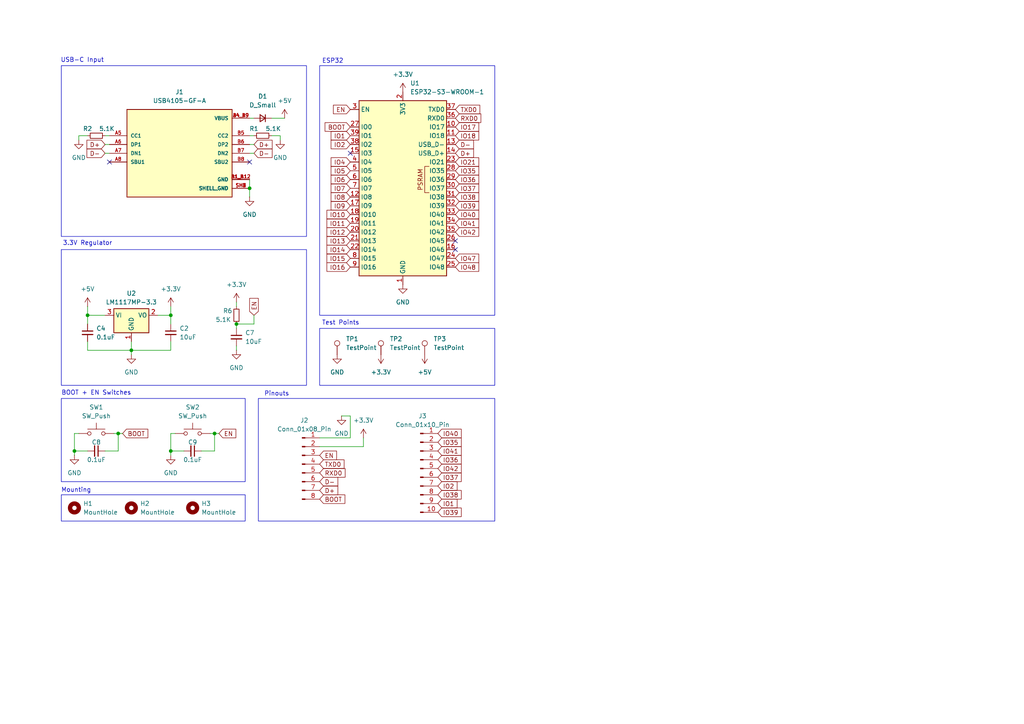
<source format=kicad_sch>
(kicad_sch (version 20250114) (generator "eeschema") (generator_version "9.0")
  (paper "A4")
  (lib_symbols
    (symbol "Connector:Conn_01x08_Pin" (pin_names (offset 1.016) (hide yes))
      (property "Reference" "J" (at 0 10.16 0))
      (property "Value" "Conn_01x08_Pin" (at 0 -12.7 0))
      (symbol "Conn_01x08_Pin_1_1"
        (rectangle (start 0.8636 7.747) (end 0 7.493) (stroke (width 0.1524)) (fill (type outline)))
        (rectangle (start 0.8636 5.207) (end 0 4.953) (stroke (width 0.1524)) (fill (type outline)))
        (rectangle (start 0.8636 2.667) (end 0 2.413) (stroke (width 0.1524)) (fill (type outline)))
        (rectangle (start 0.8636 0.127) (end 0 -0.127) (stroke (width 0.1524)) (fill (type outline)))
        (rectangle (start 0.8636 -2.413) (end 0 -2.667) (stroke (width 0.1524)) (fill (type outline)))
        (rectangle (start 0.8636 -4.953) (end 0 -5.207) (stroke (width 0.1524)) (fill (type outline)))
        (rectangle (start 0.8636 -7.493) (end 0 -7.747) (stroke (width 0.1524)) (fill (type outline)))
        (rectangle (start 0.8636 -10.033) (end 0 -10.287) (stroke (width 0.1524)) (fill (type outline)))
        (polyline (pts (xy 1.27 7.62) (xy 0.8636 7.62)) (stroke (width 0.1524)))
        (polyline (pts (xy 1.27 5.08) (xy 0.8636 5.08)) (stroke (width 0.1524)))
        (polyline (pts (xy 1.27 2.54) (xy 0.8636 2.54)) (stroke (width 0.1524)))
        (polyline (pts (xy 1.27 0) (xy 0.8636 0)) (stroke (width 0.1524)))
        (polyline (pts (xy 1.27 -2.54) (xy 0.8636 -2.54)) (stroke (width 0.1524)))
        (polyline (pts (xy 1.27 -5.08) (xy 0.8636 -5.08)) (stroke (width 0.1524)))
        (polyline (pts (xy 1.27 -7.62) (xy 0.8636 -7.62)) (stroke (width 0.1524)))
        (polyline (pts (xy 1.27 -10.16) (xy 0.8636 -10.16)) (stroke (width 0.1524)))
        (pin passive line (at 5.08 7.62 180) (length 3.81) (name "Pin_1") (number "1"))
        (pin passive line (at 5.08 5.08 180) (length 3.81) (name "Pin_2") (number "2"))
        (pin passive line (at 5.08 2.54 180) (length 3.81) (name "Pin_3") (number "3"))
        (pin passive line (at 5.08 0 180) (length 3.81) (name "Pin_4") (number "4"))
        (pin passive line (at 5.08 -2.54 180) (length 3.81) (name "Pin_5") (number "5"))
        (pin passive line (at 5.08 -5.08 180) (length 3.81) (name "Pin_6") (number "6"))
        (pin passive line (at 5.08 -7.62 180) (length 3.81) (name "Pin_7") (number "7"))
        (pin passive line (at 5.08 -10.16 180) (length 3.81) (name "Pin_8") (number "8"))
      )
    )
    (symbol "Connector:Conn_01x10_Pin" (pin_names (offset 1.016) (hide yes))
      (property "Reference" "J" (at 0 12.7 0))
      (property "Value" "Conn_01x10_Pin" (at 0 -15.24 0))
      (symbol "Conn_01x10_Pin_1_1"
        (rectangle (start 0.8636 10.287) (end 0 10.033) (stroke (width 0.1524)) (fill (type outline)))
        (rectangle (start 0.8636 7.747) (end 0 7.493) (stroke (width 0.1524)) (fill (type outline)))
        (rectangle (start 0.8636 5.207) (end 0 4.953) (stroke (width 0.1524)) (fill (type outline)))
        (rectangle (start 0.8636 2.667) (end 0 2.413) (stroke (width 0.1524)) (fill (type outline)))
        (rectangle (start 0.8636 0.127) (end 0 -0.127) (stroke (width 0.1524)) (fill (type outline)))
        (rectangle (start 0.8636 -2.413) (end 0 -2.667) (stroke (width 0.1524)) (fill (type outline)))
        (rectangle (start 0.8636 -4.953) (end 0 -5.207) (stroke (width 0.1524)) (fill (type outline)))
        (rectangle (start 0.8636 -7.493) (end 0 -7.747) (stroke (width 0.1524)) (fill (type outline)))
        (rectangle (start 0.8636 -10.033) (end 0 -10.287) (stroke (width 0.1524)) (fill (type outline)))
        (rectangle (start 0.8636 -12.573) (end 0 -12.827) (stroke (width 0.1524)) (fill (type outline)))
        (polyline (pts (xy 1.27 10.16) (xy 0.8636 10.16)) (stroke (width 0.1524)))
        (polyline (pts (xy 1.27 7.62) (xy 0.8636 7.62)) (stroke (width 0.1524)))
        (polyline (pts (xy 1.27 5.08) (xy 0.8636 5.08)) (stroke (width 0.1524)))
        (polyline (pts (xy 1.27 2.54) (xy 0.8636 2.54)) (stroke (width 0.1524)))
        (polyline (pts (xy 1.27 0) (xy 0.8636 0)) (stroke (width 0.1524)))
        (polyline (pts (xy 1.27 -2.54) (xy 0.8636 -2.54)) (stroke (width 0.1524)))
        (polyline (pts (xy 1.27 -5.08) (xy 0.8636 -5.08)) (stroke (width 0.1524)))
        (polyline (pts (xy 1.27 -7.62) (xy 0.8636 -7.62)) (stroke (width 0.1524)))
        (polyline (pts (xy 1.27 -10.16) (xy 0.8636 -10.16)) (stroke (width 0.1524)))
        (polyline (pts (xy 1.27 -12.7) (xy 0.8636 -12.7)) (stroke (width 0.1524)))
        (pin passive line (at 5.08 10.16 180) (length 3.81) (name "Pin_1") (number "1"))
        (pin passive line (at 5.08 7.62 180) (length 3.81) (name "Pin_2") (number "2"))
        (pin passive line (at 5.08 5.08 180) (length 3.81) (name "Pin_3") (number "3"))
        (pin passive line (at 5.08 2.54 180) (length 3.81) (name "Pin_4") (number "4"))
        (pin passive line (at 5.08 0 180) (length 3.81) (name "Pin_5") (number "5"))
        (pin passive line (at 5.08 -2.54 180) (length 3.81) (name "Pin_6") (number "6"))
        (pin passive line (at 5.08 -5.08 180) (length 3.81) (name "Pin_7") (number "7"))
        (pin passive line (at 5.08 -7.62 180) (length 3.81) (name "Pin_8") (number "8"))
        (pin passive line (at 5.08 -10.16 180) (length 3.81) (name "Pin_9") (number "9"))
        (pin passive line (at 5.08 -12.7 180) (length 3.81) (name "Pin_10") (number "10"))
      )
    )
    (symbol "Connector:TestPoint" (pin_numbers (hide yes)) (pin_names (offset 0.762) (hide yes))
      (property "Reference" "TP" (at 0 6.858 0))
      (property "Value" "TestPoint" (at 0 5.08 0))
      (symbol "TestPoint_0_1"
        (circle (center 0 3.302) (radius 0.762))
      )
      (symbol "TestPoint_1_1"
        (pin passive line (at 0 0 90) (length 2.54) (name "1") (number "1"))
      )
    )
    (symbol "Device:C_Small" (pin_numbers (hide yes)) (pin_names (offset 0.254) (hide yes))
      (property "Reference" "C" (at 0.254 1.778 0))
      (property "Value" "C_Small" (at 0.254 -2.032 0))
      (symbol "C_Small_0_1"
        (polyline (pts (xy -1.524 0.508) (xy 1.524 0.508)) (stroke (width 0.3048)))
        (polyline (pts (xy -1.524 -0.508) (xy 1.524 -0.508)) (stroke (width 0.3302)))
      )
      (symbol "C_Small_1_1"
        (pin passive line (at 0 2.54 270) (length 2.032) (name "~") (number "1"))
        (pin passive line (at 0 -2.54 90) (length 2.032) (name "~") (number "2"))
      )
    )
    (symbol "Device:D_Small" (pin_numbers (hide yes)) (pin_names (offset 0.254) (hide yes))
      (property "Reference" "D" (at -1.27 2.032 0))
      (property "Value" "D_Small" (at -3.81 -2.032 0))
      (symbol "D_Small_0_1"
        (polyline (pts (xy -0.762 0) (xy 0.762 0)))
        (polyline (pts (xy -0.762 -1.016) (xy -0.762 1.016)) (stroke (width 0.254)))
        (polyline (pts (xy 0.762 -1.016) (xy -0.762 0) (xy 0.762 1.016) (xy 0.762 -1.016)) (stroke (width 0.254)))
      )
      (symbol "D_Small_1_1"
        (pin passive line (at -2.54 0 0) (length 1.778) (name "K") (number "1"))
        (pin passive line (at 2.54 0 180) (length 1.778) (name "A") (number "2"))
      )
    )
    (symbol "Device:R_Small" (pin_numbers (hide yes)) (pin_names (offset 0.254) (hide yes))
      (property "Reference" "R" (at 0.762 0.508 0))
      (property "Value" "R_Small" (at 0.762 -1.016 0))
      (symbol "R_Small_0_1"
        (rectangle (start -0.762 1.778) (end 0.762 -1.778) (stroke (width 0.2032)))
      )
      (symbol "R_Small_1_1"
        (pin passive line (at 0 2.54 270) (length 0.762) (name "~") (number "1"))
        (pin passive line (at 0 -2.54 90) (length 0.762) (name "~") (number "2"))
      )
    )
    (symbol "Mechanical:MountingHole" (pin_names (offset 1.016))
      (property "Reference" "H" (at 0 5.08 0))
      (property "Value" "MountingHole" (at 0 3.175 0))
      (symbol "MountingHole_0_1"
        (circle (center 0 0) (radius 1.27) (stroke (width 1.27)))
      )
    )
    (symbol "RF_Module:ESP32-S3-WROOM-1"
      (property "Reference" "U" (at -12.7 26.67 0))
      (property "Value" "ESP32-S3-WROOM-1" (at 12.7 26.67 0))
      (symbol "ESP32-S3-WROOM-1_0_0"
        (rectangle (start -12.7 25.4) (end 12.7 -25.4) (stroke (width 0.254)) (fill (type background)))
        (text "PSRAM" (at 5.08 2.54 900) (effects (font (size 1.27 1.27))))
      )
      (symbol "ESP32-S3-WROOM-1_0_1"
        (polyline (pts (xy 7.62 -1.27) (xy 6.35 -1.27) (xy 6.35 6.35) (xy 7.62 6.35)))
      )
      (symbol "ESP32-S3-WROOM-1_1_1"
        (pin input line (at -15.24 22.86 0) (length 2.54) (name "EN") (number "3"))
        (pin bidirectional line (at -15.24 17.78 0) (length 2.54) (name "IO0") (number "27"))
        (pin bidirectional line (at -15.24 15.24 0) (length 2.54) (name "IO1") (number "39"))
        (pin bidirectional line (at -15.24 12.7 0) (length 2.54) (name "IO2") (number "38"))
        (pin bidirectional line (at -15.24 10.16 0) (length 2.54) (name "IO3") (number "15"))
        (pin bidirectional line (at -15.24 7.62 0) (length 2.54) (name "IO4") (number "4"))
        (pin bidirectional line (at -15.24 5.08 0) (length 2.54) (name "IO5") (number "5"))
        (pin bidirectional line (at -15.24 2.54 0) (length 2.54) (name "IO6") (number "6"))
        (pin bidirectional line (at -15.24 0 0) (length 2.54) (name "IO7") (number "7"))
        (pin bidirectional line (at -15.24 -2.54 0) (length 2.54) (name "IO8") (number "12"))
        (pin bidirectional line (at -15.24 -5.08 0) (length 2.54) (name "IO9") (number "17"))
        (pin bidirectional line (at -15.24 -7.62 0) (length 2.54) (name "IO10") (number "18"))
        (pin bidirectional line (at -15.24 -10.16 0) (length 2.54) (name "IO11") (number "19"))
        (pin bidirectional line (at -15.24 -12.7 0) (length 2.54) (name "IO12") (number "20"))
        (pin bidirectional line (at -15.24 -15.24 0) (length 2.54) (name "IO13") (number "21"))
        (pin bidirectional line (at -15.24 -17.78 0) (length 2.54) (name "IO14") (number "22"))
        (pin bidirectional line (at -15.24 -20.32 0) (length 2.54) (name "IO15") (number "8"))
        (pin bidirectional line (at -15.24 -22.86 0) (length 2.54) (name "IO16") (number "9"))
        (pin power_in line (at 0 27.94 270) (length 2.54) (name "3V3") (number "2"))
        (pin power_in line (at 0 -27.94 90) (length 2.54) (name "GND") (number "1"))
        (pin passive line (at 0 -27.94 90) (length 2.54) (hide yes) (name "GND") (number "40"))
        (pin passive line (at 0 -27.94 90) (length 2.54) (hide yes) (name "GND") (number "41"))
        (pin bidirectional line (at 15.24 22.86 180) (length 2.54) (name "TXD0") (number "37"))
        (pin bidirectional line (at 15.24 20.32 180) (length 2.54) (name "RXD0") (number "36"))
        (pin bidirectional line (at 15.24 17.78 180) (length 2.54) (name "IO17") (number "10"))
        (pin bidirectional line (at 15.24 15.24 180) (length 2.54) (name "IO18") (number "11"))
        (pin bidirectional line (at 15.24 12.7 180) (length 2.54) (name "USB_D-") (number "13"))
        (pin bidirectional line (at 15.24 10.16 180) (length 2.54) (name "USB_D+") (number "14"))
        (pin bidirectional line (at 15.24 7.62 180) (length 2.54) (name "IO21") (number "23"))
        (pin bidirectional line (at 15.24 5.08 180) (length 2.54) (name "IO35") (number "28"))
        (pin bidirectional line (at 15.24 2.54 180) (length 2.54) (name "IO36") (number "29"))
        (pin bidirectional line (at 15.24 0 180) (length 2.54) (name "IO37") (number "30"))
        (pin bidirectional line (at 15.24 -2.54 180) (length 2.54) (name "IO38") (number "31"))
        (pin bidirectional line (at 15.24 -5.08 180) (length 2.54) (name "IO39") (number "32"))
        (pin bidirectional line (at 15.24 -7.62 180) (length 2.54) (name "IO40") (number "33"))
        (pin bidirectional line (at 15.24 -10.16 180) (length 2.54) (name "IO41") (number "34"))
        (pin bidirectional line (at 15.24 -12.7 180) (length 2.54) (name "IO42") (number "35"))
        (pin bidirectional line (at 15.24 -15.24 180) (length 2.54) (name "IO45") (number "26"))
        (pin bidirectional line (at 15.24 -17.78 180) (length 2.54) (name "IO46") (number "16"))
        (pin bidirectional line (at 15.24 -20.32 180) (length 2.54) (name "IO47") (number "24"))
        (pin bidirectional line (at 15.24 -22.86 180) (length 2.54) (name "IO48") (number "25"))
      )
    )
    (symbol "Regulator_Linear:LM1117MP-3.3"
      (property "Reference" "U" (at -3.81 3.175 0))
      (property "Value" "LM1117MP-3.3" (at 0 3.175 0))
      (symbol "LM1117MP-3.3_0_1"
        (rectangle (start -5.08 -5.08) (end 5.08 1.905) (stroke (width 0.254)) (fill (type background)))
      )
      (symbol "LM1117MP-3.3_1_1"
        (pin power_in line (at -7.62 0 0) (length 2.54) (name "VI") (number "3"))
        (pin power_in line (at 0 -7.62 90) (length 2.54) (name "GND") (number "1"))
        (pin power_out line (at 7.62 0 180) (length 2.54) (name "VO") (number "2"))
      )
    )
    (symbol "Switch:SW_Push" (pin_numbers (hide yes)) (pin_names (offset 1.016) (hide yes))
      (property "Reference" "SW" (at 1.27 2.54 0))
      (property "Value" "SW_Push" (at 0 -1.524 0))
      (symbol "SW_Push_0_1"
        (circle (center -2.032 0) (radius 0.508))
        (polyline (pts (xy 0 1.27) (xy 0 3.048)))
        (circle (center 2.032 0) (radius 0.508))
        (polyline (pts (xy 2.54 1.27) (xy -2.54 1.27)))
        (pin passive line (at -5.08 0 0) (length 2.54) (name "1") (number "1"))
        (pin passive line (at 5.08 0 180) (length 2.54) (name "2") (number "2"))
      )
    )
    (symbol "USB4105-GF-A:USB4105-GF-A" (pin_names (offset 1.016))
      (property "Reference" "J" (at -15.24 13.97 0))
      (property "Value" "USB4105-GF-A" (at -15.24 -15.24 0))
      (symbol "USB4105-GF-A_0_0"
        (rectangle (start -15.24 -12.7) (end 15.24 12.7) (stroke (width 0.254)) (fill (type background)))
        (pin bidirectional line (at -20.32 5.08 0) (length 5.08) (name "CC1") (number "A5"))
        (pin bidirectional line (at -20.32 2.54 0) (length 5.08) (name "DP1") (number "A6"))
        (pin bidirectional line (at -20.32 0 0) (length 5.08) (name "DN1") (number "A7"))
        (pin bidirectional line (at -20.32 -2.54 0) (length 5.08) (name "SBU1") (number "A8"))
        (pin power_in line (at 20.32 10.16 180) (length 5.08) (name "VBUS") (number "A4_B9"))
        (pin power_in line (at 20.32 10.16 180) (length 5.08) (name "VBUS") (number "B4_A9"))
        (pin bidirectional line (at 20.32 5.08 180) (length 5.08) (name "CC2") (number "B5"))
        (pin bidirectional line (at 20.32 2.54 180) (length 5.08) (name "DP2") (number "B6"))
        (pin bidirectional line (at 20.32 0 180) (length 5.08) (name "DN2") (number "B7"))
        (pin bidirectional line (at 20.32 -2.54 180) (length 5.08) (name "SBU2") (number "B8"))
        (pin power_in line (at 20.32 -7.62 180) (length 5.08) (name "GND") (number "A1_B12"))
        (pin power_in line (at 20.32 -7.62 180) (length 5.08) (name "GND") (number "B1_A12"))
        (pin power_in line (at 20.32 -10.16 180) (length 5.08) (name "SHELL_GND") (number "SH1"))
        (pin power_in line (at 20.32 -10.16 180) (length 5.08) (name "SHELL_GND") (number "SH2"))
        (pin power_in line (at 20.32 -10.16 180) (length 5.08) (name "SHELL_GND") (number "SH3"))
        (pin power_in line (at 20.32 -10.16 180) (length 5.08) (name "SHELL_GND") (number "SH4"))
      )
    )
    (symbol "power:+3.3V" (power) (pin_names (offset 0))
      (property "Value" "+3.3V" (at 0 3.556 0))
      (symbol "+3.3V_0_1"
        (polyline (pts (xy -0.762 1.27) (xy 0 2.54)))
        (polyline (pts (xy 0 2.54) (xy 0.762 1.27)))
        (polyline (pts (xy 0 0) (xy 0 2.54)))
      )
      (symbol "+3.3V_1_1"
        (pin power_in line (at 0 0 90) (length 0) (hide yes) (name "+3.3V") (number "1"))
      )
    )
    (symbol "power:+5V" (power) (pin_numbers (hide yes)) (pin_names (offset 0) (hide yes))
      (property "Value" "+5V" (at 0 3.556 0))
      (symbol "+5V_0_1"
        (polyline (pts (xy -0.762 1.27) (xy 0 2.54)))
        (polyline (pts (xy 0 2.54) (xy 0.762 1.27)))
        (polyline (pts (xy 0 0) (xy 0 2.54)))
      )
      (symbol "+5V_1_1"
        (pin power_in line (at 0 0 90) (length 0) (name "~") (number "1"))
      )
    )
    (symbol "power:GND" (power) (pin_numbers (hide yes)) (pin_names (offset 0) (hide yes))
      (property "Value" "GND" (at 0 -3.81 0))
      (symbol "GND_0_1"
        (polyline (pts (xy 0 0) (xy 0 -1.27) (xy 1.27 -1.27) (xy 0 -2.54) (xy -1.27 -1.27) (xy 0 -1.27)))
      )
      (symbol "GND_1_1"
        (pin power_in line (at 0 0 270) (length 0) (name "~") (number "1"))
      )
    )
  )
  (rectangle (start 92.71 95.25) (end 143.51 111.76))
  (rectangle (start 74.93 115.57) (end 143.51 151.13))
  (rectangle (start 17.78 72.39) (end 88.9 111.76))
  (rectangle (start 92.71 19.05) (end 143.51 91.44))
  (rectangle (start 17.78 19.05) (end 88.9 68.58))
  (rectangle (start 17.78 143.51) (end 71.12 151.13))
  (rectangle (start 17.78 115.57) (end 71.12 139.7))
  (text "BOOT + EN Switches" (at 27.94 114.046 0) (effects (font (size 1.27 1.27))))
  (text "3.3V Regulator" (at 25.4 70.612 0) (effects (font (size 1.27 1.27))))
  (text "Mounting" (at 22.098 142.24 0) (effects (font (size 1.27 1.27))))
  (text "Pinouts" (at 80.264 114.3 0) (effects (font (size 1.27 1.27))))
  (text "USB-C Input" (at 23.876 17.526 0) (effects (font (size 1.27 1.27))))
  (text "ESP32" (at 96.52 17.78 0) (effects (font (size 1.27 1.27))))
  (text "Test Points" (at 98.806 93.726 0) (effects (font (size 1.27 1.27))))
  (junction (at 34.29 125.73))
  (junction (at 68.58 93.98))
  (junction (at 49.53 91.44))
  (junction (at 49.53 130.81))
  (junction (at 25.4 91.44))
  (junction (at 38.1 101.6))
  (junction (at 21.59 130.81))
  (junction (at 62.23 125.73))
  (junction (at 72.39 54.61))
  (no_connect (at 31.75 46.99))
  (no_connect (at 101.6 44.45))
  (no_connect (at 72.39 46.99))
  (no_connect (at 132.08 69.85))
  (no_connect (at 132.08 72.39))
  (wire (pts (xy 25.4 91.44) (xy 30.48 91.44)))
  (wire (pts (xy 68.58 87.63) (xy 68.58 88.9)))
  (wire (pts (xy 38.1 99.06) (xy 38.1 101.6)))
  (wire (pts (xy 62.23 125.73) (xy 63.5 125.73)))
  (wire (pts (xy 49.53 130.81) (xy 49.53 132.08)))
  (wire (pts (xy 60.96 125.73) (xy 62.23 125.73)))
  (wire (pts (xy 73.66 34.29) (xy 72.39 34.29)))
  (wire (pts (xy 25.4 88.9) (xy 25.4 91.44)))
  (wire (pts (xy 34.29 125.73) (xy 35.56 125.73)))
  (wire (pts (xy 101.6 120.65) (xy 99.06 120.65)))
  (wire (pts (xy 45.72 91.44) (xy 49.53 91.44)))
  (wire (pts (xy 73.66 41.91) (xy 72.39 41.91)))
  (wire (pts (xy 68.58 93.98) (xy 68.58 95.25)))
  (wire (pts (xy 78.74 39.37) (xy 81.28 39.37)))
  (wire (pts (xy 30.48 41.91) (xy 31.75 41.91)))
  (wire (pts (xy 73.66 93.98) (xy 68.58 93.98)))
  (wire (pts (xy 22.86 39.37) (xy 22.86 40.64)))
  (wire (pts (xy 21.59 130.81) (xy 21.59 132.08)))
  (wire (pts (xy 73.66 91.44) (xy 73.66 93.98)))
  (wire (pts (xy 25.4 99.06) (xy 25.4 101.6)))
  (wire (pts (xy 68.58 100.33) (xy 68.58 101.6)))
  (wire (pts (xy 34.29 125.73) (xy 34.29 130.81)))
  (wire (pts (xy 81.28 39.37) (xy 81.28 40.64)))
  (wire (pts (xy 38.1 101.6) (xy 38.1 102.87)))
  (wire (pts (xy 49.53 130.81) (xy 53.34 130.81)))
  (wire (pts (xy 92.71 129.54) (xy 105.41 129.54)))
  (wire (pts (xy 31.75 39.37) (xy 30.48 39.37)))
  (wire (pts (xy 101.6 120.65) (xy 101.6 127)))
  (wire (pts (xy 21.59 125.73) (xy 21.59 130.81)))
  (wire (pts (xy 78.74 34.29) (xy 82.55 34.29)))
  (wire (pts (xy 49.53 91.44) (xy 49.53 93.98)))
  (wire (pts (xy 62.23 130.81) (xy 58.42 130.81)))
  (wire (pts (xy 25.4 39.37) (xy 22.86 39.37)))
  (wire (pts (xy 105.41 129.54) (xy 105.41 127)))
  (wire (pts (xy 73.66 44.45) (xy 72.39 44.45)))
  (wire (pts (xy 34.29 130.81) (xy 30.48 130.81)))
  (wire (pts (xy 50.8 125.73) (xy 49.53 125.73)))
  (wire (pts (xy 49.53 88.9) (xy 49.53 91.44)))
  (wire (pts (xy 49.53 125.73) (xy 49.53 130.81)))
  (wire (pts (xy 25.4 101.6) (xy 38.1 101.6)))
  (wire (pts (xy 49.53 99.06) (xy 49.53 101.6)))
  (wire (pts (xy 101.6 127) (xy 92.71 127)))
  (wire (pts (xy 49.53 101.6) (xy 38.1 101.6)))
  (wire (pts (xy 30.48 44.45) (xy 31.75 44.45)))
  (wire (pts (xy 33.02 125.73) (xy 34.29 125.73)))
  (wire (pts (xy 22.86 125.73) (xy 21.59 125.73)))
  (wire (pts (xy 25.4 91.44) (xy 25.4 93.98)))
  (wire (pts (xy 72.39 52.07) (xy 72.39 54.61)))
  (wire (pts (xy 72.39 54.61) (xy 72.39 57.15)))
  (wire (pts (xy 62.23 125.73) (xy 62.23 130.81)))
  (wire (pts (xy 21.59 130.81) (xy 25.4 130.81)))
  (wire (pts (xy 72.39 39.37) (xy 73.66 39.37)))
  (global_label "IO42" (shape input) (at 132.08 67.31 0) (property "Intersheetrefs" "${INTERSHEET_REFS}" (effects (hide yes))))
  (global_label "D-" (shape input) (at 73.66 44.45 0) (property "Intersheetrefs" "${INTERSHEET_REFS}" (effects (hide yes))))
  (global_label "D-" (shape input) (at 30.48 44.45 180) (property "Intersheetrefs" "${INTERSHEET_REFS}" (effects (hide yes))))
  (global_label "IO38" (shape input) (at 127 143.51 0) (property "Intersheetrefs" "${INTERSHEET_REFS}" (effects (hide yes))))
  (global_label "D-" (shape input) (at 132.08 41.91 0) (property "Intersheetrefs" "${INTERSHEET_REFS}" (effects (hide yes))))
  (global_label "IO13" (shape input) (at 101.6 69.85 180) (property "Intersheetrefs" "${INTERSHEET_REFS}" (effects (hide yes))))
  (global_label "IO35" (shape input) (at 132.08 49.53 0) (property "Intersheetrefs" "${INTERSHEET_REFS}" (effects (hide yes))))
  (global_label "D+" (shape input) (at 132.08 44.45 0) (property "Intersheetrefs" "${INTERSHEET_REFS}" (effects (hide yes))))
  (global_label "IO11" (shape input) (at 101.6 64.77 180) (property "Intersheetrefs" "${INTERSHEET_REFS}" (effects (hide yes))))
  (global_label "IO14" (shape input) (at 101.6 72.39 180) (property "Intersheetrefs" "${INTERSHEET_REFS}" (effects (hide yes))))
  (global_label "RXD0" (shape input) (at 132.08 34.29 0) (property "Intersheetrefs" "${INTERSHEET_REFS}" (effects (hide yes))))
  (global_label "IO38" (shape input) (at 132.08 57.15 0) (property "Intersheetrefs" "${INTERSHEET_REFS}" (effects (hide yes))))
  (global_label "RXD0" (shape input) (at 92.71 137.16 0) (property "Intersheetrefs" "${INTERSHEET_REFS}" (effects (hide yes))))
  (global_label "IO16" (shape input) (at 101.6 77.47 180) (property "Intersheetrefs" "${INTERSHEET_REFS}" (effects (hide yes))))
  (global_label "IO47" (shape input) (at 132.08 74.93 0) (property "Intersheetrefs" "${INTERSHEET_REFS}" (effects (hide yes))))
  (global_label "IO1" (shape input) (at 101.6 39.37 180) (property "Intersheetrefs" "${INTERSHEET_REFS}" (effects (hide yes))))
  (global_label "TXD0" (shape input) (at 132.08 31.75 0) (property "Intersheetrefs" "${INTERSHEET_REFS}" (effects (hide yes))))
  (global_label "IO21" (shape input) (at 132.08 46.99 0) (property "Intersheetrefs" "${INTERSHEET_REFS}" (effects (hide yes))))
  (global_label "IO17" (shape input) (at 132.08 36.83 0) (property "Intersheetrefs" "${INTERSHEET_REFS}" (effects (hide yes))))
  (global_label "IO8" (shape input) (at 101.6 57.15 180) (property "Intersheetrefs" "${INTERSHEET_REFS}" (effects (hide yes))))
  (global_label "D+" (shape input) (at 73.66 41.91 0) (property "Intersheetrefs" "${INTERSHEET_REFS}" (effects (hide yes))))
  (global_label "IO7" (shape input) (at 101.6 54.61 180) (property "Intersheetrefs" "${INTERSHEET_REFS}" (effects (hide yes))))
  (global_label "IO18" (shape input) (at 132.08 39.37 0) (property "Intersheetrefs" "${INTERSHEET_REFS}" (effects (hide yes))))
  (global_label "IO5" (shape input) (at 101.6 49.53 180) (property "Intersheetrefs" "${INTERSHEET_REFS}" (effects (hide yes))))
  (global_label "D+" (shape input) (at 92.71 142.24 0) (property "Intersheetrefs" "${INTERSHEET_REFS}" (effects (hide yes))))
  (global_label "IO39" (shape input) (at 127 148.59 0) (property "Intersheetrefs" "${INTERSHEET_REFS}" (effects (hide yes))))
  (global_label "IO6" (shape input) (at 101.6 52.07 180) (property "Intersheetrefs" "${INTERSHEET_REFS}" (effects (hide yes))))
  (global_label "TXD0" (shape input) (at 92.71 134.62 0) (property "Intersheetrefs" "${INTERSHEET_REFS}" (effects (hide yes))))
  (global_label "EN" (shape input) (at 73.66 91.44 90) (property "Intersheetrefs" "${INTERSHEET_REFS}" (effects (hide yes))))
  (global_label "IO9" (shape input) (at 101.6 59.69 180) (property "Intersheetrefs" "${INTERSHEET_REFS}" (effects (hide yes))))
  (global_label "IO37" (shape input) (at 127 138.43 0) (property "Intersheetrefs" "${INTERSHEET_REFS}" (effects (hide yes))))
  (global_label "EN" (shape input) (at 63.5 125.73 0) (property "Intersheetrefs" "${INTERSHEET_REFS}" (effects (hide yes))))
  (global_label "IO4" (shape input) (at 101.6 46.99 180) (property "Intersheetrefs" "${INTERSHEET_REFS}" (effects (hide yes))))
  (global_label "IO15" (shape input) (at 101.6 74.93 180) (property "Intersheetrefs" "${INTERSHEET_REFS}" (effects (hide yes))))
  (global_label "IO1" (shape input) (at 127 146.05 0) (property "Intersheetrefs" "${INTERSHEET_REFS}" (effects (hide yes))))
  (global_label "IO41" (shape input) (at 127 130.81 0) (property "Intersheetrefs" "${INTERSHEET_REFS}" (effects (hide yes))))
  (global_label "IO35" (shape input) (at 127 128.27 0) (property "Intersheetrefs" "${INTERSHEET_REFS}" (effects (hide yes))))
  (global_label "IO2" (shape input) (at 101.6 41.91 180) (property "Intersheetrefs" "${INTERSHEET_REFS}" (effects (hide yes))))
  (global_label "IO41" (shape input) (at 132.08 64.77 0) (property "Intersheetrefs" "${INTERSHEET_REFS}" (effects (hide yes))))
  (global_label "BOOT" (shape input) (at 101.6 36.83 180) (property "Intersheetrefs" "${INTERSHEET_REFS}" (effects (hide yes))))
  (global_label "IO48" (shape input) (at 132.08 77.47 0) (property "Intersheetrefs" "${INTERSHEET_REFS}" (effects (hide yes))))
  (global_label "BOOT" (shape input) (at 92.71 144.78 0) (property "Intersheetrefs" "${INTERSHEET_REFS}" (effects (hide yes))))
  (global_label "IO40" (shape input) (at 127 125.73 0) (property "Intersheetrefs" "${INTERSHEET_REFS}" (effects (hide yes))))
  (global_label "IO37" (shape input) (at 132.08 54.61 0) (property "Intersheetrefs" "${INTERSHEET_REFS}" (effects (hide yes))))
  (global_label "IO36" (shape input) (at 132.08 52.07 0) (property "Intersheetrefs" "${INTERSHEET_REFS}" (effects (hide yes))))
  (global_label "EN" (shape input) (at 101.6 31.75 180) (property "Intersheetrefs" "${INTERSHEET_REFS}" (effects (hide yes))))
  (global_label "D-" (shape input) (at 92.71 139.7 0) (property "Intersheetrefs" "${INTERSHEET_REFS}" (effects (hide yes))))
  (global_label "IO39" (shape input) (at 132.08 59.69 0) (property "Intersheetrefs" "${INTERSHEET_REFS}" (effects (hide yes))))
  (global_label "BOOT" (shape input) (at 35.56 125.73 0) (property "Intersheetrefs" "${INTERSHEET_REFS}" (effects (hide yes))))
  (global_label "EN" (shape input) (at 92.71 132.08 0) (property "Intersheetrefs" "${INTERSHEET_REFS}" (effects (hide yes))))
  (global_label "IO36" (shape input) (at 127 133.35 0) (property "Intersheetrefs" "${INTERSHEET_REFS}" (effects (hide yes))))
  (global_label "D+" (shape input) (at 30.48 41.91 180) (property "Intersheetrefs" "${INTERSHEET_REFS}" (effects (hide yes))))
  (global_label "IO10" (shape input) (at 101.6 62.23 180) (property "Intersheetrefs" "${INTERSHEET_REFS}" (effects (hide yes))))
  (global_label "IO42" (shape input) (at 127 135.89 0) (property "Intersheetrefs" "${INTERSHEET_REFS}" (effects (hide yes))))
  (global_label "IO12" (shape input) (at 101.6 67.31 180) (property "Intersheetrefs" "${INTERSHEET_REFS}" (effects (hide yes))))
  (global_label "IO2" (shape input) (at 127 140.97 0) (property "Intersheetrefs" "${INTERSHEET_REFS}" (effects (hide yes))))
  (global_label "IO40" (shape input) (at 132.08 62.23 0) (property "Intersheetrefs" "${INTERSHEET_REFS}" (effects (hide yes))))
  (symbol (lib_id "Connector:TestPoint") (at 110.49 102.87 0) (unit 1)
    (property "Reference" "TP2" (at 113.03 98.2979 0) (effects (justify left)))
    (property "Value" "TestPoint" (at 113.03 100.8379 0) (effects (justify left)))
    (property "Footprint" "TestPoint:TestPoint_Pad_D3.0mm" (effects (hide yes)))
    (property "Description" "test point" (effects (hide yes)))
  )
  (symbol (lib_id "Device:C_Small") (at 55.88 130.81 270) (unit 1)
    (property "Reference" "C9" (at 55.88 128.27 90))
    (property "Value" "0.1uF" (at 55.88 133.35 90))
    (property "Footprint" "Capacitor_SMD:C_0805_2012Metric_Pad1.18x1.45mm_HandSolder" (effects (hide yes)))
  )
  (symbol (lib_id "Connector:TestPoint") (at 123.19 102.87 0) (unit 1)
    (property "Reference" "TP3" (at 125.73 98.2979 0) (effects (justify left)))
    (property "Value" "TestPoint" (at 125.73 100.8379 0) (effects (justify left)))
    (property "Footprint" "TestPoint:TestPoint_Pad_D3.0mm" (effects (hide yes)))
    (property "Description" "test point" (effects (hide yes)))
  )
  (symbol (lib_id "Device:R_Small") (at 27.94 39.37 90) (unit 1)
    (property "Reference" "R2" (at 25.4 37.338 90))
    (property "Value" "5.1K" (at 30.988 37.338 90))
    (property "Footprint" "Resistor_SMD:R_0805_2012Metric_Pad1.20x1.40mm_HandSolder" (effects (hide yes)))
    (property "Description" "Resistor, small symbol" (effects (hide yes)))
  )
  (symbol (lib_id "power:GND") (at 97.79 102.87 0) (unit 1)
    (property "Reference" "#PWR024" (effects (hide yes)))
    (property "Value" "GND" (at 97.79 107.95 0))
  )
  (symbol (lib_id "power:GND") (at 22.86 40.64 0) (unit 1)
    (property "Reference" "#PWR02" (effects (hide yes)))
    (property "Value" "GND" (at 22.86 45.72 0))
    (property "Description" "Power symbol creates a global label with name \"GND\" , ground" (effects (hide yes)))
  )
  (symbol (lib_id "RF_Module:ESP32-S3-WROOM-1") (at 116.84 54.61 0) (unit 1)
    (property "Reference" "U1" (at 118.9833 24.13 0) (effects (justify left)))
    (property "Value" "ESP32-S3-WROOM-1" (at 118.9833 26.67 0) (effects (justify left)))
    (property "Footprint" "RF_Module:ESP32-S3-WROOM-1" (effects (hide yes)))
    (property "Datasheet" "https://www.espressif.com/sites/default/files/documentation/esp32-s3-wroom-1_wroom-1u_datasheet_en.pdf" (effects (hide yes)))
    (property "Description" "RF Module, ESP32-S3 SoC, Wi-Fi 802.11b/g/n, Bluetooth, BLE, 32-bit, 3.3V, onboard antenna, SMD" (effects (hide yes)))
  )
  (symbol (lib_id "power:+3.3V") (at 105.41 127 0) (unit 1)
    (property "Reference" "#PWR018" (effects (hide yes)))
    (property "Value" "+3.3V" (at 105.41 121.92 0))
  )
  (symbol (lib_id "power:+3.3V") (at 49.53 88.9 0) (unit 1)
    (property "Reference" "#PWR016" (effects (hide yes)))
    (property "Value" "+3.3V" (at 49.53 83.82 0))
  )
  (symbol (lib_id "power:GND") (at 49.53 132.08 0) (unit 1)
    (property "Reference" "#PWR023" (effects (hide yes)))
    (property "Value" "GND" (at 49.53 137.16 0))
  )
  (symbol (lib_id "power:GND") (at 116.84 82.55 0) (unit 1)
    (property "Reference" "#PWR01" (effects (hide yes)))
    (property "Value" "GND" (at 116.84 87.63 0))
    (property "Description" "Power symbol creates a global label with name \"GND\" , ground" (effects (hide yes)))
  )
  (symbol (lib_id "power:+3.3V") (at 110.49 102.87 180) (unit 1)
    (property "Reference" "#PWR019" (effects (hide yes)))
    (property "Value" "+3.3V" (at 110.49 107.95 0))
  )
  (symbol (lib_id "Mechanical:MountingHole") (at 21.59 147.32 0) (unit 1)
    (property "Reference" "H1" (at 24.13 146.05 0) (effects (justify left)))
    (property "Value" "MountHole" (at 24.13 148.59 0) (effects (justify left)))
    (property "Footprint" "MountingHole:MountingHole_3.2mm_M3" (effects (hide yes)))
  )
  (symbol (lib_id "Connector:Conn_01x08_Pin") (at 87.63 134.62 0) (unit 1)
    (property "Reference" "J2" (at 88.265 121.92 0))
    (property "Value" "Conn_01x08_Pin" (at 88.265 124.46 0))
    (property "Footprint" "Connector_PinHeader_2.54mm:PinHeader_1x08_P2.54mm_Vertical" (effects (hide yes)))
    (property "Description" "Generic connector, single row, 01x08, script generated" (effects (hide yes)))
  )
  (symbol (lib_id "power:+5V") (at 25.4 88.9 0) (unit 1)
    (property "Reference" "#PWR030" (effects (hide yes)))
    (property "Value" "+5V" (at 25.4 83.82 0))
  )
  (symbol (lib_id "Device:C_Small") (at 27.94 130.81 270) (unit 1)
    (property "Reference" "C8" (at 27.94 128.27 90))
    (property "Value" "0.1uF" (at 27.94 133.35 90))
    (property "Footprint" "Capacitor_SMD:C_0805_2012Metric_Pad1.18x1.45mm_HandSolder" (effects (hide yes)))
  )
  (symbol (lib_id "Mechanical:MountingHole") (at 38.1 147.32 0) (unit 1)
    (property "Reference" "H2" (at 40.64 146.05 0) (effects (justify left)))
    (property "Value" "MountHole" (at 40.64 148.59 0) (effects (justify left)))
    (property "Footprint" "MountingHole:MountingHole_3.2mm_M3" (effects (hide yes)))
  )
  (symbol (lib_id "Device:C_Small") (at 49.53 96.52 0) (unit 1)
    (property "Reference" "C2" (at 52.07 95.2563 0) (effects (justify left)))
    (property "Value" "10uF" (at 52.07 97.7963 0) (effects (justify left)))
    (property "Footprint" "Capacitor_SMD:C_0805_2012Metric_Pad1.18x1.45mm_HandSolder" (effects (hide yes)))
  )
  (symbol (lib_id "Device:D_Small") (at 76.2 34.29 180) (unit 1)
    (property "Reference" "D1" (at 76.2 27.94 0))
    (property "Value" "D_Small" (at 76.2 30.48 0))
    (property "Footprint" "Diode_SMD:D_0805_2012Metric_Pad1.15x1.40mm_HandSolder" (effects (hide yes)))
    (property "Description" "Diode, small symbol" (effects (hide yes)))
    (property "Sim.Device" "D" (effects (hide yes)))
    (property "Sim.Pins" "1=K 2=A" (effects (hide yes)))
  )
  (symbol (lib_id "Device:C_Small") (at 25.4 96.52 0) (unit 1)
    (property "Reference" "C4" (at 27.94 95.2563 0) (effects (justify left)))
    (property "Value" "0.1uF" (at 27.94 97.7963 0) (effects (justify left)))
    (property "Footprint" "Capacitor_SMD:C_0805_2012Metric_Pad1.18x1.45mm_HandSolder" (effects (hide yes)))
  )
  (symbol (lib_id "Device:R_Small") (at 68.58 91.44 180) (unit 1)
    (property "Reference" "R6" (at 66.04 90.17 0))
    (property "Value" "5.1K" (at 64.77 92.71 0))
    (property "Footprint" "Resistor_SMD:R_0805_2012Metric_Pad1.20x1.40mm_HandSolder" (effects (hide yes)))
  )
  (symbol (lib_id "power:+5V") (at 123.19 102.87 180) (unit 1)
    (property "Reference" "#PWR09" (effects (hide yes)))
    (property "Value" "+5V" (at 123.19 107.95 0))
    (property "Description" "Power symbol creates a global label with name \"+5V\"" (effects (hide yes)))
  )
  (symbol (lib_id "Switch:SW_Push") (at 27.94 125.73 0) (unit 1)
    (property "Reference" "SW1" (at 27.94 118.11 0))
    (property "Value" "SW_Push" (at 27.94 120.65 0))
    (property "Footprint" "Button_Switch_SMD:SW_Push_SPST_NO_Alps_SKRK" (effects (hide yes)))
  )
  (symbol (lib_id "USB4105-GF-A:USB4105-GF-A") (at 52.07 44.45 0) (unit 1)
    (property "Reference" "J1" (at 52.07 26.67 0))
    (property "Value" "USB4105-GF-A" (at 52.07 29.21 0))
    (property "Footprint" "USB4105-GF-A:GCT_USB4105-GF-A" (effects (hide yes)))
    (property "MF" "GCT" (effects (hide yes)))
    (property "MAXIMUM_PACKAGE_HEIGHT" "3.31 mm" (effects (hide yes)))
    (property "Package" "None" (effects (hide yes)))
    (property "Price" "None" (effects (hide yes)))
    (property "Check_prices" "https://www.snapeda.com/parts/USB4105-GF-A/Global+Connector+Technology/view-part/?ref=eda" (effects (hide yes)))
    (property "STANDARD" "Manufacturer Recommendations" (effects (hide yes)))
    (property "PARTREV" "B4" (effects (hide yes)))
    (property "SnapEDA_Link" "https://www.snapeda.com/parts/USB4105-GF-A/Global+Connector+Technology/view-part/?ref=snap" (effects (hide yes)))
    (property "MP" "USB4105-GF-A" (effects (hide yes)))
    (property "Description_1" "USB-C (USB TYPE-C) USB 2.0 Receptacle Connector 24 (16+8 Dummy) Position Surface Mount, Right Angle; Through Hole" (effects (hide yes)))
    (property "Availability" "In Stock" (effects (hide yes)))
    (property "MANUFACTURER" "GCT" (effects (hide yes)))
  )
  (symbol (lib_id "power:+5V") (at 82.55 34.29 0) (unit 1)
    (property "Reference" "#PWR08" (effects (hide yes)))
    (property "Value" "+5V" (at 82.55 29.21 0))
    (property "Description" "Power symbol creates a global label with name \"+5V\"" (effects (hide yes)))
  )
  (symbol (lib_id "Device:C_Small") (at 68.58 97.79 0) (unit 1)
    (property "Reference" "C7" (at 71.12 96.5263 0) (effects (justify left)))
    (property "Value" "10uF" (at 71.12 99.0663 0) (effects (justify left)))
    (property "Footprint" "Capacitor_SMD:C_0805_2012Metric_Pad1.18x1.45mm_HandSolder" (effects (hide yes)))
  )
  (symbol (lib_id "Device:R_Small") (at 76.2 39.37 90) (unit 1)
    (property "Reference" "R1" (at 73.66 37.338 90))
    (property "Value" "5.1K" (at 79.248 37.338 90))
    (property "Footprint" "Resistor_SMD:R_0805_2012Metric_Pad1.20x1.40mm_HandSolder" (effects (hide yes)))
    (property "Description" "Resistor, small symbol" (effects (hide yes)))
  )
  (symbol (lib_id "power:GND") (at 68.58 101.6 0) (unit 1)
    (property "Reference" "#PWR021" (effects (hide yes)))
    (property "Value" "GND" (at 68.58 106.68 0))
  )
  (symbol (lib_id "power:GND") (at 72.39 57.15 0) (unit 1)
    (property "Reference" "#PWR04" (effects (hide yes)))
    (property "Value" "GND" (at 72.39 62.23 0))
    (property "Description" "Power symbol creates a global label with name \"GND\" , ground" (effects (hide yes)))
  )
  (symbol (lib_id "Mechanical:MountingHole") (at 55.88 147.32 0) (unit 1)
    (property "Reference" "H3" (at 58.42 146.05 0) (effects (justify left)))
    (property "Value" "MountHole" (at 58.42 148.59 0) (effects (justify left)))
    (property "Footprint" "MountingHole:MountingHole_3.2mm_M3" (effects (hide yes)))
  )
  (symbol (lib_id "power:+3.3V") (at 116.84 26.67 0) (unit 1)
    (property "Reference" "#PWR017" (effects (hide yes)))
    (property "Value" "+3.3V" (at 116.84 21.59 0))
  )
  (symbol (lib_id "power:GND") (at 99.06 120.65 0) (unit 1)
    (property "Reference" "#PWR05" (effects (hide yes)))
    (property "Value" "GND" (at 99.06 125.73 0))
    (property "Description" "Power symbol creates a global label with name \"GND\" , ground" (effects (hide yes)))
  )
  (symbol (lib_id "Switch:SW_Push") (at 55.88 125.73 0) (unit 1)
    (property "Reference" "SW2" (at 55.88 118.11 0))
    (property "Value" "SW_Push" (at 55.88 120.65 0))
    (property "Footprint" "Button_Switch_SMD:SW_Push_SPST_NO_Alps_SKRK" (effects (hide yes)))
  )
  (symbol (lib_id "Connector:Conn_01x10_Pin") (at 121.92 135.89 0) (unit 1)
    (property "Reference" "J3" (at 122.555 120.65 0))
    (property "Value" "Conn_01x10_Pin" (at 122.555 123.19 0))
    (property "Footprint" "Connector_PinHeader_2.54mm:PinHeader_2x05_P2.54mm_Vertical" (effects (hide yes)))
    (property "Description" "Generic connector, single row, 01x10, script generated" (effects (hide yes)))
  )
  (symbol (lib_id "Connector:TestPoint") (at 97.79 102.87 0) (unit 1)
    (property "Reference" "TP1" (at 100.33 98.2979 0) (effects (justify left)))
    (property "Value" "TestPoint" (at 100.33 100.8379 0) (effects (justify left)))
    (property "Footprint" "TestPoint:TestPoint_Pad_D3.0mm" (effects (hide yes)))
    (property "Description" "test point" (effects (hide yes)))
  )
  (symbol (lib_id "power:GND") (at 21.59 132.08 0) (unit 1)
    (property "Reference" "#PWR022" (effects (hide yes)))
    (property "Value" "GND" (at 21.59 137.16 0))
  )
  (symbol (lib_id "power:GND") (at 81.28 40.64 0) (unit 1)
    (property "Reference" "#PWR03" (effects (hide yes)))
    (property "Value" "GND" (at 81.28 45.72 0))
    (property "Description" "Power symbol creates a global label with name \"GND\" , ground" (effects (hide yes)))
  )
  (symbol (lib_id "power:GND") (at 38.1 102.87 0) (unit 1)
    (property "Reference" "#PWR014" (effects (hide yes)))
    (property "Value" "GND" (at 38.1 107.95 0))
  )
  (symbol (lib_id "power:+3.3V") (at 68.58 87.63 0) (unit 1)
    (property "Reference" "#PWR020" (effects (hide yes)))
    (property "Value" "+3.3V" (at 68.58 82.55 0))
  )
  (symbol (lib_id "Regulator_Linear:LM1117MP-3.3") (at 38.1 91.44 0) (unit 1)
    (property "Reference" "U2" (at 38.1 85.09 0))
    (property "Value" "LM1117MP-3.3" (at 38.1 87.63 0))
    (property "Footprint" "Package_TO_SOT_SMD:SOT-223-3_TabPin2" (effects (hide yes)))
    (property "Datasheet" "http://www.ti.com/lit/ds/symlink/lm1117.pdf" (effects (hide yes)))
  )
)
</source>
